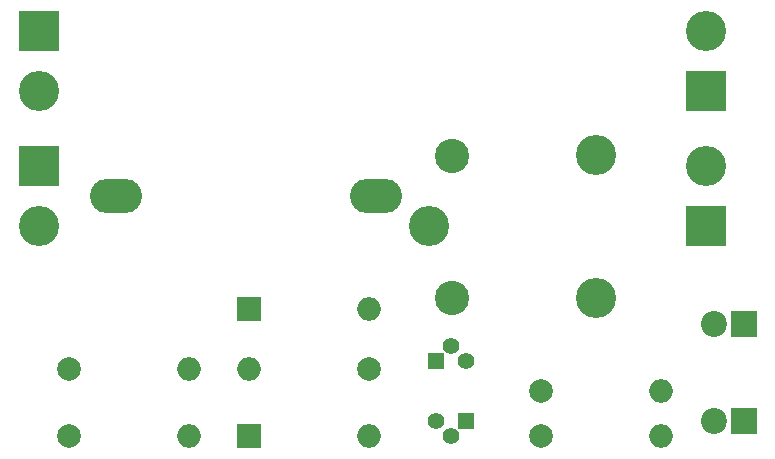
<source format=gts>
G04 #@! TF.FileFunction,Soldermask,Top*
%FSLAX46Y46*%
G04 Gerber Fmt 4.6, Leading zero omitted, Abs format (unit mm)*
G04 Created by KiCad (PCBNEW 4.0.7) date 09/02/18 19:48:13*
%MOMM*%
%LPD*%
G01*
G04 APERTURE LIST*
%ADD10C,0.100000*%
%ADD11R,3.400000X3.400000*%
%ADD12C,3.400000*%
%ADD13R,2.000000X2.000000*%
%ADD14O,2.000000X2.000000*%
%ADD15R,2.200000X2.200000*%
%ADD16C,2.200000*%
%ADD17O,4.400000X2.900000*%
%ADD18C,2.900000*%
%ADD19C,1.400000*%
%ADD20R,1.400000X1.400000*%
%ADD21C,2.000000*%
G04 APERTURE END LIST*
D10*
D11*
X123190000Y-86360000D03*
D12*
X123190000Y-81280000D03*
D13*
X84455000Y-93345000D03*
D14*
X94615000Y-93345000D03*
D15*
X126365000Y-94615000D03*
D16*
X123825000Y-94615000D03*
D15*
X126365000Y-102870000D03*
D16*
X123825000Y-102870000D03*
D17*
X73250000Y-83820000D03*
X95250000Y-83820000D03*
D11*
X66675000Y-81280000D03*
D12*
X66675000Y-86360000D03*
D11*
X66675000Y-69850000D03*
D12*
X66675000Y-74930000D03*
D11*
X123190000Y-74930000D03*
D12*
X123190000Y-69850000D03*
D18*
X101645000Y-92410000D03*
D12*
X113845000Y-92410000D03*
X113895000Y-80360000D03*
D18*
X101645000Y-80410000D03*
D12*
X99695000Y-86360000D03*
D19*
X101600000Y-104140000D03*
X100330000Y-102870000D03*
D20*
X102870000Y-102870000D03*
D19*
X101600000Y-96520000D03*
X102870000Y-97790000D03*
D20*
X100330000Y-97790000D03*
D21*
X69215000Y-104140000D03*
D14*
X79375000Y-104140000D03*
D21*
X94615000Y-98425000D03*
D14*
X84455000Y-98425000D03*
D21*
X69215000Y-98425000D03*
D14*
X79375000Y-98425000D03*
D21*
X109220000Y-100330000D03*
D14*
X119380000Y-100330000D03*
D21*
X109220000Y-104140000D03*
D14*
X119380000Y-104140000D03*
D13*
X84455000Y-104140000D03*
D14*
X94615000Y-104140000D03*
M02*

</source>
